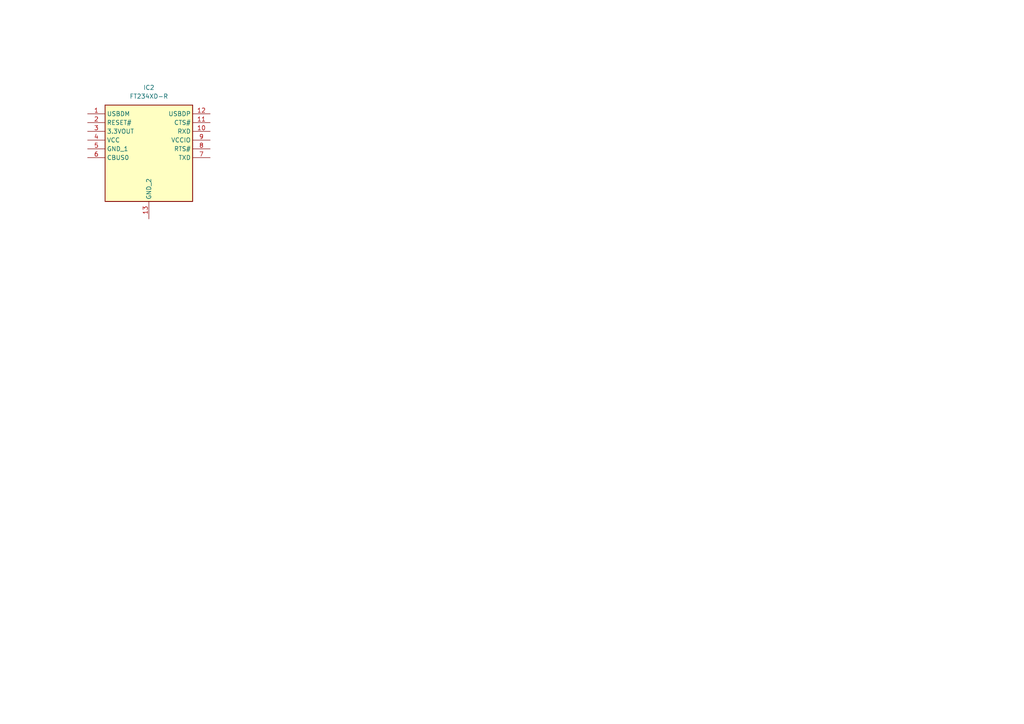
<source format=kicad_sch>
(kicad_sch (version 20231120) (generator "eeschema") (generator_version "8.0")
  (paper "A4")
  (lib_symbols
    (symbol "SamacSys_Parts:FT234XD-R"
      (property "Reference" "IC" (at 31.75 7.62 0))
      (property "Value" "FT234XD-R" (at 31.75 5.08 0))
      (symbol "FT234XD-R_1_1"
        (rectangle (start 5.08 2.54) (end 30.48 -25.4) (stroke (width 0.254)) (fill (type background)))
        (pin bidirectional line (at 0 0 0) (length 5.08) (name "USBDM") (number "1"))
        (pin input line (at 35.56 -5.08 180) (length 5.08) (name "RXD") (number "10"))
        (pin input line (at 35.56 -2.54 180) (length 5.08) (name "CTS#") (number "11"))
        (pin bidirectional line (at 35.56 0 180) (length 5.08) (name "USBDP") (number "12"))
        (pin power_in line (at 17.78 -30.48 90) (length 5.08) (name "GND_2") (number "13"))
        (pin input line (at 0 -2.54 0) (length 5.08) (name "RESET#") (number "2"))
        (pin output line (at 0 -5.08 0) (length 5.08) (name "3.3VOUT") (number "3"))
        (pin power_in line (at 0 -7.62 0) (length 5.08) (name "VCC") (number "4"))
        (pin power_in line (at 0 -10.16 0) (length 5.08) (name "GND_1") (number "5"))
        (pin bidirectional line (at 0 -12.7 0) (length 5.08) (name "CBUS0") (number "6"))
        (pin output line (at 35.56 -12.7 180) (length 5.08) (name "TXD") (number "7"))
        (pin output line (at 35.56 -10.16 180) (length 5.08) (name "RTS#") (number "8"))
        (pin power_in line (at 35.56 -7.62 180) (length 5.08) (name "VCCIO") (number "9"))
      )
    )
  )
  (symbol (lib_id "SamacSys_Parts:FT234XD-R") (at 25.4 33.02 0) (unit 1)
    (property "Reference" "IC2" (at 43.18 25.4 0))
    (property "Value" "FT234XD-R" (at 43.18 27.94 0))
    (property "Footprint" "SON45P300X300X75-13N-D" (effects (hide yes)))
    (property "Datasheet" "https://componentsearchengine.com/Datasheets/2/FT234XD-R.pdf" (effects (hide yes)))
    (property "Description" "USB/UART IC, w/USB Charge Detection FTDI Chip FT234XD-R, USB Controller, 3MBd, USB 1.1, USB 2.0, 5 V, 12-Pin DFN" (effects (hide yes)))
    (property "Height" "0.75" (effects (hide yes)))
    (property "Mouser Part Number" "895-FT234XD-R" (effects (hide yes)))
    (property "Mouser Price/Stock" "https://www.mouser.co.uk/ProductDetail/FTDI/FT234XD-R?qs=NVftvxkm2tjipk322Ah1HQ%3D%3D" (effects (hide yes)))
    (property "Manufacturer_Name" "FTDI Chip" (effects (hide yes)))
    (property "Manufacturer_Part_Number" "FT234XD-R" (effects (hide yes)))
  )
)
</source>
